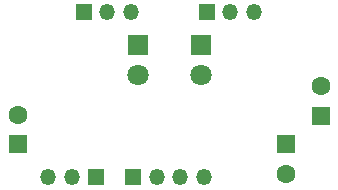
<source format=gbr>
%TF.GenerationSoftware,KiCad,Pcbnew,6.0.0+dfsg1-2*%
%TF.CreationDate,2022-01-11T20:59:39+02:00*%
%TF.ProjectId,aceitera,61636569-7465-4726-912e-6b696361645f,rev?*%
%TF.SameCoordinates,Original*%
%TF.FileFunction,Soldermask,Bot*%
%TF.FilePolarity,Negative*%
%FSLAX46Y46*%
G04 Gerber Fmt 4.6, Leading zero omitted, Abs format (unit mm)*
G04 Created by KiCad (PCBNEW 6.0.0+dfsg1-2) date 2022-01-11 20:59:39*
%MOMM*%
%LPD*%
G01*
G04 APERTURE LIST*
%ADD10R,1.350000X1.350000*%
%ADD11O,1.350000X1.350000*%
%ADD12R,1.600000X1.600000*%
%ADD13C,1.600000*%
%ADD14R,1.800000X1.800000*%
%ADD15C,1.800000*%
G04 APERTURE END LIST*
D10*
%TO.C,RV1*%
X110744000Y-90043000D03*
D11*
X108744000Y-90043000D03*
X106744000Y-90043000D03*
%TD*%
D10*
%TO.C,J1*%
X113919000Y-90043000D03*
D11*
X115919000Y-90043000D03*
X117919000Y-90043000D03*
X119919000Y-90043000D03*
%TD*%
D12*
%TO.C,C4*%
X126873000Y-87249000D03*
D13*
X126873000Y-89749000D03*
%TD*%
D12*
%TO.C,C6*%
X104140000Y-87249000D03*
D13*
X104140000Y-84749000D03*
%TD*%
D12*
%TO.C,C2*%
X129794000Y-84836000D03*
D13*
X129794000Y-82336000D03*
%TD*%
D10*
%TO.C,SW2*%
X109728000Y-76073000D03*
D11*
X111728000Y-76073000D03*
X113728000Y-76073000D03*
%TD*%
D14*
%TO.C,D2*%
X114300000Y-78867000D03*
D15*
X114300000Y-81407000D03*
%TD*%
D14*
%TO.C,D1*%
X119634000Y-78867000D03*
D15*
X119634000Y-81407000D03*
%TD*%
D10*
%TO.C,SW1*%
X120142000Y-76073000D03*
D11*
X122142000Y-76073000D03*
X124142000Y-76073000D03*
%TD*%
M02*

</source>
